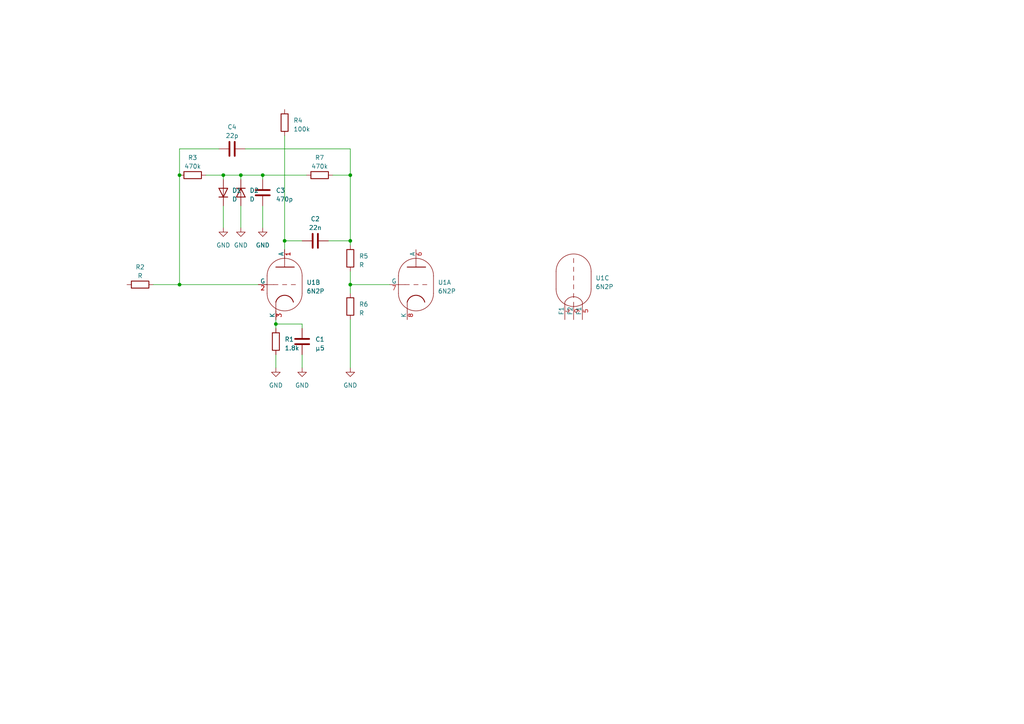
<source format=kicad_sch>
(kicad_sch (version 20230121) (generator eeschema)
  (paper "A4")
  (lib_symbols
    (symbol "Device:C" (pin_numbers hide) (pin_names (offset 0.254))
      (property "Reference" "C" (at 0.635 2.54 0))
      (property "Value" "C" (at 0.635 -2.54 0))
      (symbol "C_0_1"
        (polyline (pts (xy -2.032 -0.762) (xy 2.032 -0.762)) (stroke (width 0.508)))
        (polyline (pts (xy -2.032 0.762) (xy 2.032 0.762)) (stroke (width 0.508)))
      )
      (symbol "C_1_1"
        (pin passive line (at 0 3.81 270) (length 2.794) (name "~") (number "1"))
        (pin passive line (at 0 -3.81 90) (length 2.794) (name "~") (number "2"))
      )
    )
    (symbol "Device:D" (pin_numbers hide) (pin_names (offset 1.016) hide)
      (property "Reference" "D" (at 0 2.54 0))
      (property "Value" "D" (at 0 -2.54 0))
      (symbol "D_0_1"
        (polyline (pts (xy -1.27 1.27) (xy -1.27 -1.27)) (stroke (width 0.254)))
        (polyline (pts (xy 1.27 0) (xy -1.27 0)))
        (polyline (pts (xy 1.27 1.27) (xy 1.27 -1.27) (xy -1.27 0) (xy 1.27 1.27)) (stroke (width 0.254)))
      )
      (symbol "D_1_1"
        (pin passive line (at -3.81 0 0) (length 2.54) (name "K") (number "1"))
        (pin passive line (at 3.81 0 180) (length 2.54) (name "A") (number "2"))
      )
    )
    (symbol "Device:R" (pin_numbers hide) (pin_names (offset 0))
      (property "Reference" "R" (at 2.032 0 90))
      (property "Value" "R" (at 0 0 90))
      (symbol "R_0_1"
        (rectangle (start -1.016 -2.54) (end 1.016 2.54) (stroke (width 0.254)))
      )
      (symbol "R_1_1"
        (pin passive line (at 0 3.81 270) (length 1.27) (name "~") (number "1"))
        (pin passive line (at 0 -3.81 90) (length 1.27) (name "~") (number "2"))
      )
    )
    (symbol "Valve:6N2P" (pin_names (offset 0))
      (property "Reference" "U" (at 3.302 7.874 0))
      (property "Value" "6N2P" (at 8.89 -7.62 0))
      (symbol "6N2P_0_1"
        (arc (start -5.08 -2.54) (mid 0 -7.5979) (end 5.08 -2.54))
        (polyline (pts (xy 5.08 2.54) (xy 5.08 -2.54)))
        (polyline (pts (xy -5.08 2.54) (xy -5.08 -2.54) (xy -5.08 -2.54)))
        (arc (start 5.08 2.54) (mid 0 7.5979) (end -5.08 2.54))
      )
      (symbol "6N2P_1_0"
        (polyline (pts (xy -2.54 -5.08) (xy -2.54 -7.62)))
        (polyline (pts (xy 0 5.08) (xy 0 7.62)))
      )
      (symbol "6N2P_1_1"
        (polyline (pts (xy -5.08 0) (xy -3.175 0)))
        (polyline (pts (xy -1.905 0) (xy -3.175 0)) (stroke (width 0.1524)))
        (polyline (pts (xy -0.635 0) (xy 0.635 0)) (stroke (width 0.1524)))
        (polyline (pts (xy 1.905 0) (xy 3.175 0)) (stroke (width 0.1524)))
        (polyline (pts (xy -2.54 5.08) (xy 2.794 5.08) (xy 2.794 5.08)) (stroke (width 0.254)))
        (arc (start 2.54 -5.08) (mid 0 -3.0968) (end -2.54 -5.08) (stroke (width 0.254)))
        (pin output line (at 0 10.16 270) (length 2.54) (name "A") (number "6"))
        (pin input line (at -7.62 0 0) (length 2.54) (name "G") (number "7"))
        (pin bidirectional line (at -2.54 -10.16 90) (length 2.54) (name "K") (number "8"))
      )
      (symbol "6N2P_2_0"
        (polyline (pts (xy -2.54 -5.08) (xy -2.54 -7.62)))
        (polyline (pts (xy 0 5.08) (xy 0 7.62)))
      )
      (symbol "6N2P_2_1"
        (polyline (pts (xy -5.08 0) (xy -3.175 0)))
        (polyline (pts (xy -1.905 0) (xy -3.175 0)) (stroke (width 0.1524)))
        (polyline (pts (xy -0.635 0) (xy 0.635 0)) (stroke (width 0.1524)))
        (polyline (pts (xy 1.905 0) (xy 3.175 0)) (stroke (width 0.1524)))
        (polyline (pts (xy -2.54 5.08) (xy 2.794 5.08) (xy 2.794 5.08)) (stroke (width 0.254)))
        (arc (start 2.54 -5.08) (mid 0 -3.0968) (end -2.54 -5.08) (stroke (width 0.254)))
        (pin output line (at 0 10.16 270) (length 2.54) (name "A") (number "1"))
        (pin input line (at -7.62 0 0) (length 2.54) (name "G") (number "2"))
        (pin bidirectional line (at -2.54 -10.16 90) (length 2.54) (name "K") (number "3"))
      )
      (symbol "6N2P_3_1"
        (polyline (pts (xy 0 -5.08) (xy 0 -3.81)))
        (polyline (pts (xy 0 -2.54) (xy 0 -1.27)))
        (polyline (pts (xy 0 0) (xy 0 1.27)))
        (polyline (pts (xy 0 2.54) (xy 0 3.81)))
        (polyline (pts (xy 0 5.08) (xy 0 6.35)))
        (arc (start 2.54 -6.35) (mid 0 -4.7823) (end -2.54 -6.35))
        (pin power_in line (at -2.54 -11.43 90) (length 5.08) (name "F1") (number "4"))
        (pin power_in line (at 2.54 -11.43 90) (length 5.08) (name "F1") (number "5"))
        (pin power_in line (at 0 -11.43 90) (length 5.08) (name "F2") (number "9"))
      )
    )
    (symbol "power:GND" (power) (pin_names (offset 0))
      (property "Value" "GND" (at 0 -3.81 0))
      (symbol "GND_0_1"
        (polyline (pts (xy 0 0) (xy 0 -1.27) (xy 1.27 -1.27) (xy 0 -2.54) (xy -1.27 -1.27) (xy 0 -1.27)))
      )
      (symbol "GND_1_1"
        (pin power_in line (at 0 0 270) (length 0) hide (name "GND") (number "1"))
      )
    )
  )
  (junction (at 52.07 82.55))
  (junction (at 101.6 50.8))
  (junction (at 101.6 82.55))
  (junction (at 64.77 50.8))
  (junction (at 80.01 93.98))
  (junction (at 82.55 69.85))
  (junction (at 101.6 69.85))
  (junction (at 76.2 50.8))
  (junction (at 52.07 50.8))
  (junction (at 69.85 50.8))
  (wire (pts (xy 101.6 92.71) (xy 101.6 106.68)))
  (wire (pts (xy 101.6 78.74) (xy 101.6 82.55)))
  (wire (pts (xy 101.6 82.55) (xy 113.03 82.55)))
  (wire (pts (xy 88.9 50.8) (xy 76.2 50.8)))
  (wire (pts (xy 69.85 52.07) (xy 69.85 50.8)))
  (wire (pts (xy 52.07 43.18) (xy 52.07 50.8)))
  (wire (pts (xy 101.6 50.8) (xy 101.6 69.85)))
  (wire (pts (xy 101.6 71.12) (xy 101.6 69.85)))
  (wire (pts (xy 101.6 82.55) (xy 101.6 85.09)))
  (wire (pts (xy 80.01 93.98) (xy 80.01 95.25)))
  (wire (pts (xy 63.5 43.18) (xy 52.07 43.18)))
  (wire (pts (xy 82.55 69.85) (xy 87.63 69.85)))
  (wire (pts (xy 76.2 59.69) (xy 76.2 66.04)))
  (wire (pts (xy 82.55 39.37) (xy 82.55 69.85)))
  (wire (pts (xy 69.85 50.8) (xy 76.2 50.8)))
  (wire (pts (xy 44.45 82.55) (xy 52.07 82.55)))
  (wire (pts (xy 69.85 59.69) (xy 69.85 66.04)))
  (wire (pts (xy 82.55 69.85) (xy 82.55 72.39)))
  (wire (pts (xy 80.01 102.87) (xy 80.01 106.68)))
  (wire (pts (xy 71.12 43.18) (xy 101.6 43.18)))
  (wire (pts (xy 52.07 50.8) (xy 52.07 82.55)))
  (wire (pts (xy 80.01 93.98) (xy 87.63 93.98)))
  (wire (pts (xy 64.77 50.8) (xy 69.85 50.8)))
  (wire (pts (xy 87.63 102.87) (xy 87.63 106.68)))
  (wire (pts (xy 52.07 82.55) (xy 74.93 82.55)))
  (wire (pts (xy 76.2 50.8) (xy 76.2 52.07)))
  (wire (pts (xy 80.01 92.71) (xy 80.01 93.98)))
  (wire (pts (xy 101.6 50.8) (xy 96.52 50.8)))
  (wire (pts (xy 59.69 50.8) (xy 64.77 50.8)))
  (wire (pts (xy 101.6 43.18) (xy 101.6 50.8)))
  (wire (pts (xy 87.63 95.25) (xy 87.63 93.98)))
  (wire (pts (xy 64.77 59.69) (xy 64.77 66.04)))
  (wire (pts (xy 95.25 69.85) (xy 101.6 69.85)))
  (wire (pts (xy 64.77 52.07) (xy 64.77 50.8)))
  (symbol (lib_id "power:GND") (at 80.01 106.68 0) (unit 1)
    (property "Reference" "#PWR01" (effects hide))
    (property "Value" "GND" (at 80.01 111.76 0))
  )
  (symbol (lib_id "Device:D") (at 69.85 55.88 270) (unit 1)
    (property "Reference" "D2" (at 72.39 55.245 90) (effects (justify left)))
    (property "Value" "D" (at 72.39 57.785 90) (effects (justify left)))
    (property "Sim.Device" "D" (effects hide))
    (property "Sim.Pins" "1=K 2=A" (effects hide))
  )
  (symbol (lib_id "Device:R") (at 82.55 35.56 0) (unit 1)
    (property "Reference" "R4" (at 85.09 34.925 0) (effects (justify left)))
    (property "Value" "100k" (at 85.09 37.465 0) (effects (justify left)))
  )
  (symbol (lib_id "Device:R") (at 55.88 50.8 90) (unit 1)
    (property "Reference" "R3" (at 55.88 45.72 90))
    (property "Value" "470k" (at 55.88 48.26 90))
  )
  (symbol (lib_id "Device:C") (at 91.44 69.85 90) (unit 1)
    (property "Reference" "C2" (at 91.44 63.5 90))
    (property "Value" "22n" (at 91.44 66.04 90))
  )
  (symbol (lib_id "Device:C") (at 67.31 43.18 90) (unit 1)
    (property "Reference" "C4" (at 67.31 36.83 90))
    (property "Value" "22p" (at 67.31 39.37 90))
  )
  (symbol (lib_id "power:GND") (at 64.77 66.04 0) (unit 1)
    (property "Reference" "#PWR02" (effects hide))
    (property "Value" "GND" (at 64.77 71.12 0))
  )
  (symbol (lib_id "Device:C") (at 87.63 99.06 0) (unit 1)
    (property "Reference" "C1" (at 91.44 98.425 0) (effects (justify left)))
    (property "Value" "µ5" (at 91.44 100.965 0) (effects (justify left)))
  )
  (symbol (lib_id "power:GND") (at 76.2 66.04 0) (unit 1)
    (property "Reference" "#PWR06" (effects hide))
    (property "Value" "GND" (at 76.2 71.12 0))
  )
  (symbol (lib_id "power:GND") (at 69.85 66.04 0) (unit 1)
    (property "Reference" "#PWR05" (effects hide))
    (property "Value" "GND" (at 69.85 71.12 0))
  )
  (symbol (lib_id "Valve:6N2P") (at 166.37 81.28 0) (unit 3)
    (property "Reference" "U1" (at 172.72 80.645 0) (effects (justify left)))
    (property "Value" "6N2P" (at 172.72 83.185 0) (effects (justify left)))
    (property "Footprint" "Valve:Valve_Noval_P" (effects hide))
    (property "Datasheet" "http://www.r-type.org/pdfs/6n2p.pdf" (effects hide))
  )
  (symbol (lib_id "Device:R") (at 92.71 50.8 90) (unit 1)
    (property "Reference" "R7" (at 92.71 45.72 90))
    (property "Value" "470k" (at 92.71 48.26 90))
  )
  (symbol (lib_id "Device:R") (at 101.6 88.9 0) (unit 1)
    (property "Reference" "R6" (at 104.14 88.265 0) (effects (justify left)))
    (property "Value" "R" (at 104.14 90.805 0) (effects (justify left)))
  )
  (symbol (lib_id "Valve:6N2P") (at 120.65 82.55 0) (unit 1)
    (property "Reference" "U1" (at 127 81.915 0) (effects (justify left)))
    (property "Value" "6N2P" (at 127 84.455 0) (effects (justify left)))
    (property "Footprint" "Valve:Valve_Noval_P" (effects hide))
    (property "Datasheet" "http://www.r-type.org/pdfs/6n2p.pdf" (effects hide))
  )
  (symbol (lib_id "Device:R") (at 40.64 82.55 90) (unit 1)
    (property "Reference" "R2" (at 40.64 77.47 90))
    (property "Value" "R" (at 40.64 80.01 90))
  )
  (symbol (lib_id "Device:R") (at 101.6 74.93 0) (unit 1)
    (property "Reference" "R5" (at 104.14 74.295 0) (effects (justify left)))
    (property "Value" "R" (at 104.14 76.835 0) (effects (justify left)))
  )
  (symbol (lib_id "Device:C") (at 76.2 55.88 180) (unit 1)
    (property "Reference" "C3" (at 80.01 55.245 0) (effects (justify right)))
    (property "Value" "470p" (at 80.01 57.785 0) (effects (justify right)))
  )
  (symbol (lib_id "power:GND") (at 87.63 106.68 0) (unit 1)
    (property "Reference" "#PWR03" (effects hide))
    (property "Value" "GND" (at 87.63 111.76 0))
  )
  (symbol (lib_id "Device:D") (at 64.77 55.88 90) (unit 1)
    (property "Reference" "D1" (at 67.31 55.245 90) (effects (justify right)))
    (property "Value" "D" (at 67.31 57.785 90) (effects (justify right)))
    (property "Sim.Device" "D" (effects hide))
    (property "Sim.Pins" "1=K 2=A" (effects hide))
  )
  (symbol (lib_id "power:GND") (at 101.6 106.68 0) (unit 1)
    (property "Reference" "#PWR04" (effects hide))
    (property "Value" "GND" (at 101.6 111.76 0))
  )
  (symbol (lib_id "Device:R") (at 80.01 99.06 0) (unit 1)
    (property "Reference" "R1" (at 82.55 98.425 0) (effects (justify left)))
    (property "Value" "1.8k" (at 82.55 100.965 0) (effects (justify left)))
  )
  (symbol (lib_id "Valve:6N2P") (at 82.55 82.55 0) (unit 2)
    (property "Reference" "U1" (at 88.9 81.915 0) (effects (justify left)))
    (property "Value" "6N2P" (at 88.9 84.455 0) (effects (justify left)))
    (property "Footprint" "Valve:Valve_Noval_P" (effects hide))
    (property "Datasheet" "http://www.r-type.org/pdfs/6n2p.pdf" (effects hide))
  )
)
</source>
